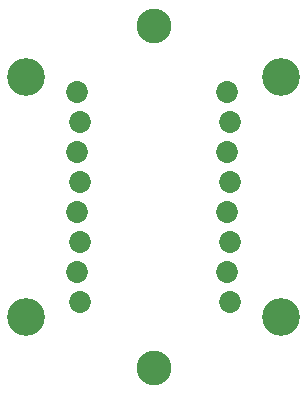
<source format=gbs>
G04 EAGLE Gerber RS-274X export*
G75*
%MOMM*%
%FSLAX34Y34*%
%LPD*%
%INSoldermask Bottom*%
%IPPOS*%
%AMOC8*
5,1,8,0,0,1.08239X$1,22.5*%
G01*
%ADD10C,1.852422*%
%ADD11C,3.200400*%
%ADD12C,2.946400*%


D10*
X13970Y12700D03*
X11430Y38100D03*
X13970Y63500D03*
X11430Y88900D03*
X13970Y114300D03*
X11430Y139700D03*
X13970Y165100D03*
X11430Y190500D03*
X138430Y190500D03*
X140970Y165100D03*
X138430Y139700D03*
X140970Y114300D03*
X138430Y88900D03*
X140970Y63500D03*
X138430Y38100D03*
X140970Y12700D03*
D11*
X-31750Y0D03*
X-31750Y203200D03*
X184150Y0D03*
X184150Y203200D03*
D12*
X76200Y-43180D03*
X76200Y246380D03*
M02*

</source>
